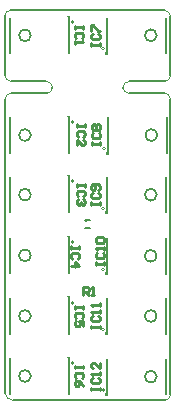
<source format=gto>
G04 Layer_Color=65535*
%FSLAX43Y43*%
%MOMM*%
G71*
G01*
G75*
%ADD14C,0.160*%
%ADD16C,0.100*%
%ADD26C,0.102*%
%ADD27C,0.127*%
%ADD28C,0.254*%
%ADD29R,0.250X0.225*%
G36*
X5508Y8486D02*
X5208Y8786D01*
X5508D01*
Y8486D01*
D02*
G37*
G36*
X8792Y10574D02*
X8492D01*
Y10874D01*
X8792Y10574D01*
D02*
G37*
G36*
X5508Y13620D02*
X5208Y13920D01*
X5508D01*
Y13620D01*
D02*
G37*
G36*
X8792Y349D02*
X8492D01*
Y649D01*
X8792Y349D01*
D02*
G37*
G36*
X5508Y3401D02*
X5208Y3701D01*
X5508D01*
Y3401D01*
D02*
G37*
G36*
X8792Y5484D02*
X8492D01*
Y5784D01*
X8792Y5484D01*
D02*
G37*
G36*
X5508Y23801D02*
X5208Y24101D01*
X5508D01*
Y23801D01*
D02*
G37*
G36*
X8792Y29249D02*
X8492D01*
Y29549D01*
X8792Y29249D01*
D02*
G37*
G36*
X5508Y32251D02*
X5208Y32551D01*
X5508D01*
Y32251D01*
D02*
G37*
G36*
X8792Y15753D02*
X8492D01*
Y16053D01*
X8792Y15753D01*
D02*
G37*
G36*
X5508Y18755D02*
X5208Y19055D01*
X5508D01*
Y18755D01*
D02*
G37*
G36*
X8842Y20799D02*
X8542D01*
Y21099D01*
X8842Y20799D01*
D02*
G37*
D14*
X8625Y5635D02*
Y8635D01*
X13625Y5635D02*
Y8635D01*
X8625Y500D02*
Y3500D01*
X13625Y500D02*
Y3500D01*
X8625Y15904D02*
Y18904D01*
X13625Y15904D02*
Y18904D01*
X375Y29400D02*
Y32400D01*
X5375Y29400D02*
Y32400D01*
X375Y20950D02*
Y23950D01*
X5375Y20950D02*
Y23950D01*
X375Y15904D02*
Y18904D01*
X5375Y15904D02*
Y18904D01*
X375Y10769D02*
Y13770D01*
X5375Y10769D02*
Y13770D01*
Y5635D02*
Y8635D01*
X375Y5635D02*
Y8635D01*
X5375Y550D02*
Y3550D01*
X375Y550D02*
Y3550D01*
X8625Y29400D02*
Y32400D01*
X13625Y29400D02*
Y32400D01*
X6800Y14550D02*
X7200D01*
X6800Y15250D02*
X7200D01*
X8625Y10725D02*
Y13725D01*
X13625Y10725D02*
Y13725D01*
X8675Y20950D02*
Y23950D01*
X13675Y20950D02*
Y23950D01*
X637Y0D02*
X13500D01*
X14000Y500D02*
Y637D01*
Y25500D01*
X10450Y26000D02*
X13500D01*
X10000Y26450D02*
Y26500D01*
X10500Y27000D02*
X13500D01*
X14000Y27500D02*
Y32500D01*
X13363Y33000D02*
X13500D01*
X400D02*
X13363D01*
X-0Y27500D02*
Y32600D01*
X500Y27000D02*
X3500D01*
X4000Y26450D02*
Y26500D01*
X500Y26000D02*
X3550D01*
X-0Y25363D02*
Y25500D01*
Y637D02*
Y25363D01*
D16*
X13500Y0D02*
G03*
X14000Y500I0J500D01*
G01*
Y25500D02*
G03*
X13500Y26000I-500J0D01*
G01*
X10000Y26450D02*
G03*
X10450Y26000I450J0D01*
G01*
X10500Y27000D02*
G03*
X10000Y26500I0J-500D01*
G01*
X13500Y27000D02*
G03*
X14000Y27500I0J500D01*
G01*
Y32500D02*
G03*
X13500Y33000I-500J0D01*
G01*
X400D02*
G03*
X0Y32600I0J-400D01*
G01*
Y27500D02*
G03*
X500Y27000I500J0D01*
G01*
X4000Y26500D02*
G03*
X3500Y27000I-500J0D01*
G01*
X3550Y26000D02*
G03*
X4000Y26450I0J450D01*
G01*
X500Y26000D02*
G03*
X0Y25500I0J-500D01*
G01*
Y637D02*
G03*
X637Y0I637J0D01*
G01*
D26*
X8422Y5995D02*
G03*
X8422Y5995I-127J0D01*
G01*
Y860D02*
G03*
X8422Y860I-127J0D01*
G01*
Y16264D02*
G03*
X8422Y16264I-127J0D01*
G01*
X5832Y32040D02*
G03*
X5832Y32040I-127J0D01*
G01*
X5832Y23590D02*
G03*
X5832Y23590I-127J0D01*
G01*
Y18544D02*
G03*
X5832Y18544I-127J0D01*
G01*
Y13409D02*
G03*
X5832Y13409I-127J0D01*
G01*
Y8275D02*
G03*
X5832Y8275I-127J0D01*
G01*
X5832Y3190D02*
G03*
X5832Y3190I-127J0D01*
G01*
X8422Y29760D02*
G03*
X8422Y29760I-127J0D01*
G01*
X8422Y11085D02*
G03*
X8422Y11085I-127J0D01*
G01*
X8472Y21310D02*
G03*
X8472Y21310I-127J0D01*
G01*
D27*
X12825Y7135D02*
G03*
X12825Y7135I-500J0D01*
G01*
Y2000D02*
G03*
X12825Y2000I-500J0D01*
G01*
Y17404D02*
G03*
X12825Y17404I-500J0D01*
G01*
X2175Y30900D02*
G03*
X2175Y30900I-500J0D01*
G01*
X2175Y22450D02*
G03*
X2175Y22450I-500J0D01*
G01*
Y17404D02*
G03*
X2175Y17404I-500J0D01*
G01*
Y12269D02*
G03*
X2175Y12269I-500J0D01*
G01*
Y7135D02*
G03*
X2175Y7135I-500J0D01*
G01*
X2175Y2050D02*
G03*
X2175Y2050I-500J0D01*
G01*
X12825Y30900D02*
G03*
X12825Y30900I-500J0D01*
G01*
X12825Y12225D02*
G03*
X12825Y12225I-500J0D01*
G01*
X12875Y22450D02*
G03*
X12875Y22450I-500J0D01*
G01*
D28*
X7325Y21600D02*
Y21833D01*
Y21717D01*
X8025D01*
Y21600D01*
Y21833D01*
X7442Y22650D02*
X7325Y22533D01*
Y22300D01*
X7442Y22183D01*
X7908D01*
X8025Y22300D01*
Y22533D01*
X7908Y22650D01*
X7442Y22883D02*
X7325Y23000D01*
Y23233D01*
X7442Y23349D01*
X7558D01*
X7675Y23233D01*
X7792Y23349D01*
X7908D01*
X8025Y23233D01*
Y23000D01*
X7908Y22883D01*
X7792D01*
X7675Y23000D01*
X7558Y22883D01*
X7442D01*
X7675Y23000D02*
Y23233D01*
X7300Y6093D02*
Y6327D01*
Y6210D01*
X8000D01*
Y6093D01*
Y6327D01*
X7417Y7143D02*
X7300Y7026D01*
Y6793D01*
X7417Y6676D01*
X7883D01*
X8000Y6793D01*
Y7026D01*
X7883Y7143D01*
X8000Y7376D02*
Y7609D01*
Y7493D01*
X7300D01*
X7417Y7376D01*
X8000Y7959D02*
Y8193D01*
Y8076D01*
X7300D01*
X7417Y7959D01*
X7300Y843D02*
Y1076D01*
Y959D01*
X8000D01*
Y843D01*
Y1076D01*
X7417Y1892D02*
X7300Y1776D01*
Y1543D01*
X7417Y1426D01*
X7883D01*
X8000Y1543D01*
Y1776D01*
X7883Y1892D01*
X8000Y2126D02*
Y2359D01*
Y2242D01*
X7300D01*
X7417Y2126D01*
X8000Y3175D02*
Y2709D01*
X7533Y3175D01*
X7417D01*
X7300Y3059D01*
Y2825D01*
X7417Y2709D01*
X6600Y8925D02*
Y9625D01*
X6950D01*
X7067Y9508D01*
Y9275D01*
X6950Y9158D01*
X6600D01*
X6833D02*
X7067Y8925D01*
X7300D02*
X7533D01*
X7416D01*
Y9625D01*
X7300Y9508D01*
X7300Y16518D02*
Y16751D01*
Y16635D01*
X8000D01*
Y16518D01*
Y16751D01*
X7417Y17568D02*
X7300Y17451D01*
Y17218D01*
X7417Y17101D01*
X7883D01*
X8000Y17218D01*
Y17451D01*
X7883Y17568D01*
Y17801D02*
X8000Y17918D01*
Y18151D01*
X7883Y18268D01*
X7417D01*
X7300Y18151D01*
Y17918D01*
X7417Y17801D01*
X7533D01*
X7650Y17918D01*
Y18268D01*
X7700Y11456D02*
Y11689D01*
Y11572D01*
X8400D01*
Y11456D01*
Y11689D01*
X7817Y12505D02*
X7700Y12389D01*
Y12155D01*
X7817Y12039D01*
X8284D01*
X8400Y12155D01*
Y12389D01*
X8284Y12505D01*
X8400Y12739D02*
Y12972D01*
Y12855D01*
X7700D01*
X7817Y12739D01*
Y13322D02*
X7700Y13438D01*
Y13672D01*
X7817Y13788D01*
X8284D01*
X8400Y13672D01*
Y13438D01*
X8284Y13322D01*
X7817D01*
X6600Y31700D02*
Y31467D01*
Y31583D01*
X5900D01*
Y31700D01*
Y31467D01*
X6483Y30650D02*
X6600Y30767D01*
Y31000D01*
X6483Y31117D01*
X6017D01*
X5900Y31000D01*
Y30767D01*
X6017Y30650D01*
X5900Y30417D02*
Y30184D01*
Y30300D01*
X6600D01*
X6483Y30417D01*
X6750Y23350D02*
Y23117D01*
Y23233D01*
X6050D01*
Y23350D01*
Y23117D01*
X6633Y22300D02*
X6750Y22417D01*
Y22650D01*
X6633Y22767D01*
X6167D01*
X6050Y22650D01*
Y22417D01*
X6167Y22300D01*
X6050Y21601D02*
Y22067D01*
X6517Y21601D01*
X6633D01*
X6750Y21717D01*
Y21950D01*
X6633Y22067D01*
X6750Y18307D02*
Y18074D01*
Y18190D01*
X6050D01*
Y18307D01*
Y18074D01*
X6633Y17257D02*
X6750Y17374D01*
Y17607D01*
X6633Y17724D01*
X6167D01*
X6050Y17607D01*
Y17374D01*
X6167Y17257D01*
X6633Y17024D02*
X6750Y16907D01*
Y16674D01*
X6633Y16558D01*
X6517D01*
X6400Y16674D01*
Y16791D01*
Y16674D01*
X6283Y16558D01*
X6167D01*
X6050Y16674D01*
Y16907D01*
X6167Y17024D01*
X6275Y13025D02*
Y12792D01*
Y12908D01*
X5575D01*
Y13025D01*
Y12792D01*
X6158Y11975D02*
X6275Y12092D01*
Y12325D01*
X6158Y12442D01*
X5692D01*
X5575Y12325D01*
Y12092D01*
X5692Y11975D01*
X5575Y11392D02*
X6275D01*
X5925Y11742D01*
Y11276D01*
X6600Y7998D02*
Y7765D01*
Y7882D01*
X5900D01*
Y7998D01*
Y7765D01*
X6483Y6949D02*
X6600Y7065D01*
Y7299D01*
X6483Y7415D01*
X6017D01*
X5900Y7299D01*
Y7065D01*
X6017Y6949D01*
X6600Y6249D02*
Y6715D01*
X6250D01*
X6367Y6482D01*
Y6366D01*
X6250Y6249D01*
X6017D01*
X5900Y6366D01*
Y6599D01*
X6017Y6715D01*
X6600Y2925D02*
Y2692D01*
Y2808D01*
X5900D01*
Y2925D01*
Y2692D01*
X6483Y1875D02*
X6600Y1992D01*
Y2225D01*
X6483Y2342D01*
X6017D01*
X5900Y2225D01*
Y1992D01*
X6017Y1875D01*
X6600Y1175D02*
X6483Y1409D01*
X6250Y1642D01*
X6017D01*
X5900Y1525D01*
Y1292D01*
X6017Y1175D01*
X6133D01*
X6250Y1292D01*
Y1642D01*
X7300Y30000D02*
Y30233D01*
Y30117D01*
X8000D01*
Y30000D01*
Y30233D01*
X7417Y31050D02*
X7300Y30933D01*
Y30700D01*
X7417Y30583D01*
X7883D01*
X8000Y30700D01*
Y30933D01*
X7883Y31050D01*
X7300Y31283D02*
Y31749D01*
X7417D01*
X7883Y31283D01*
X8000D01*
D29*
X6875Y15188D02*
D03*
M02*

</source>
